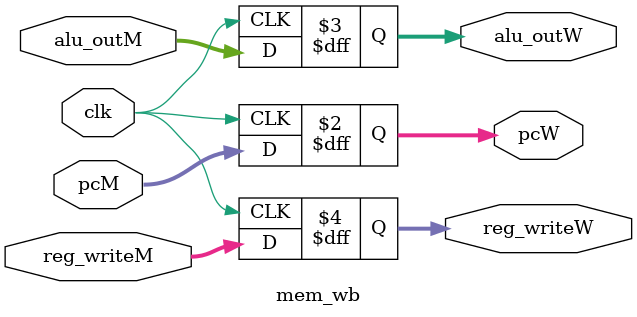
<source format=v>
module mem_wb (
    input wire clk,
    input wire [31:0] pcM,
    input wire [31:0] alu_outM,
    input wire [4:0] reg_writeM,

    output reg [31:0] pcW,
    output reg [31:0] alu_outW,
    output reg [4:0] reg_writeW
);
    always @(posedge clk) begin
        pcW <= pcM;
        alu_outW <= alu_outM;
        reg_writeW <= reg_writeM;
    end
endmodule
</source>
